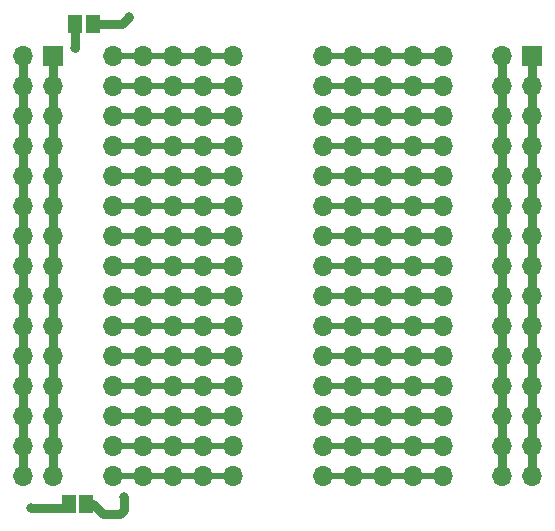
<source format=gbr>
%TF.GenerationSoftware,KiCad,Pcbnew,7.0.2*%
%TF.CreationDate,2024-01-29T20:43:43-05:00*%
%TF.ProjectId,dpx_perv_5x15-s,6470785f-7065-4727-965f-357831352d73,rev?*%
%TF.SameCoordinates,Original*%
%TF.FileFunction,Copper,L2,Bot*%
%TF.FilePolarity,Positive*%
%FSLAX46Y46*%
G04 Gerber Fmt 4.6, Leading zero omitted, Abs format (unit mm)*
G04 Created by KiCad (PCBNEW 7.0.2) date 2024-01-29 20:43:43*
%MOMM*%
%LPD*%
G01*
G04 APERTURE LIST*
%TA.AperFunction,EtchedComponent*%
%ADD10C,0.508000*%
%TD*%
%TA.AperFunction,EtchedComponent*%
%ADD11C,0.500000*%
%TD*%
%TA.AperFunction,SMDPad,CuDef*%
%ADD12R,1.168400X1.600200*%
%TD*%
%TA.AperFunction,ComponentPad*%
%ADD13R,1.700000X1.700000*%
%TD*%
%TA.AperFunction,ComponentPad*%
%ADD14O,1.700000X1.700000*%
%TD*%
%TA.AperFunction,ViaPad*%
%ADD15C,0.800000*%
%TD*%
%TA.AperFunction,Conductor*%
%ADD16C,0.750000*%
%TD*%
G04 APERTURE END LIST*
D10*
%TO.C,U2*%
X53805000Y-46310000D02*
X51265000Y-46310000D01*
X53815000Y-48850000D02*
X51275000Y-48850000D01*
X53815000Y-51390000D02*
X51275000Y-51390000D01*
X53815000Y-53930000D02*
X51275000Y-53930000D01*
X53815000Y-56470000D02*
X51275000Y-56470000D01*
X56345000Y-46310000D02*
X53805000Y-46310000D01*
X56355000Y-48850000D02*
X53815000Y-48850000D01*
X56355000Y-51390000D02*
X53815000Y-51390000D01*
X56355000Y-53930000D02*
X53815000Y-53930000D01*
X56355000Y-56470000D02*
X53815000Y-56470000D01*
X58885000Y-46310000D02*
X56345000Y-46310000D01*
X58895000Y-48850000D02*
X56355000Y-48850000D01*
X58895000Y-51390000D02*
X56355000Y-51390000D01*
X58895000Y-53930000D02*
X56355000Y-53930000D01*
X58895000Y-56470000D02*
X56355000Y-56470000D01*
X61425000Y-46310000D02*
X58885000Y-46310000D01*
X61435000Y-48850000D02*
X58895000Y-48850000D01*
X61435000Y-51390000D02*
X58895000Y-51390000D01*
X61435000Y-53930000D02*
X58895000Y-53930000D01*
X61435000Y-56470000D02*
X58895000Y-56470000D01*
D11*
X69035000Y-46310000D02*
X71575000Y-46310000D01*
X69035000Y-48850000D02*
X71575000Y-48850000D01*
X69035000Y-51390000D02*
X71575000Y-51390000D01*
X69035000Y-53930000D02*
X71575000Y-53930000D01*
X69035000Y-56470000D02*
X71575000Y-56470000D01*
D10*
X74115000Y-46310000D02*
X71575000Y-46310000D01*
X74115000Y-48850000D02*
X71575000Y-48850000D01*
X74115000Y-51390000D02*
X71575000Y-51390000D01*
X74115000Y-53930000D02*
X71575000Y-53930000D01*
X74115000Y-56470000D02*
X71575000Y-56470000D01*
X76655000Y-46310000D02*
X74115000Y-46310000D01*
X76655000Y-48850000D02*
X74115000Y-48850000D01*
X76655000Y-51390000D02*
X74115000Y-51390000D01*
X76655000Y-53930000D02*
X74115000Y-53930000D01*
X76655000Y-56470000D02*
X74115000Y-56470000D01*
X79195000Y-46310000D02*
X76655000Y-46310000D01*
X79195000Y-48850000D02*
X76655000Y-48850000D01*
X79195000Y-51390000D02*
X76655000Y-51390000D01*
X79195000Y-53930000D02*
X76655000Y-53930000D01*
X79195000Y-56470000D02*
X76655000Y-56470000D01*
%TO.C,U1*%
X53790000Y-33615000D02*
X51250000Y-33615000D01*
X53800000Y-36155000D02*
X51260000Y-36155000D01*
X53800000Y-38695000D02*
X51260000Y-38695000D01*
X53800000Y-41235000D02*
X51260000Y-41235000D01*
X53800000Y-43775000D02*
X51260000Y-43775000D01*
X56330000Y-33615000D02*
X53790000Y-33615000D01*
X56340000Y-36155000D02*
X53800000Y-36155000D01*
X56340000Y-38695000D02*
X53800000Y-38695000D01*
X56340000Y-41235000D02*
X53800000Y-41235000D01*
X56340000Y-43775000D02*
X53800000Y-43775000D01*
X58870000Y-33615000D02*
X56330000Y-33615000D01*
X58880000Y-36155000D02*
X56340000Y-36155000D01*
X58880000Y-38695000D02*
X56340000Y-38695000D01*
X58880000Y-41235000D02*
X56340000Y-41235000D01*
X58880000Y-43775000D02*
X56340000Y-43775000D01*
X61410000Y-33615000D02*
X58870000Y-33615000D01*
X61420000Y-36155000D02*
X58880000Y-36155000D01*
X61420000Y-38695000D02*
X58880000Y-38695000D01*
X61420000Y-41235000D02*
X58880000Y-41235000D01*
X61420000Y-43775000D02*
X58880000Y-43775000D01*
D11*
X69020000Y-33615000D02*
X71560000Y-33615000D01*
X69020000Y-36155000D02*
X71560000Y-36155000D01*
X69020000Y-38695000D02*
X71560000Y-38695000D01*
X69020000Y-41235000D02*
X71560000Y-41235000D01*
X69020000Y-43775000D02*
X71560000Y-43775000D01*
D10*
X74100000Y-33615000D02*
X71560000Y-33615000D01*
X74100000Y-36155000D02*
X71560000Y-36155000D01*
X74100000Y-38695000D02*
X71560000Y-38695000D01*
X74100000Y-41235000D02*
X71560000Y-41235000D01*
X74100000Y-43775000D02*
X71560000Y-43775000D01*
X76640000Y-33615000D02*
X74100000Y-33615000D01*
X76640000Y-36155000D02*
X74100000Y-36155000D01*
X76640000Y-38695000D02*
X74100000Y-38695000D01*
X76640000Y-41235000D02*
X74100000Y-41235000D01*
X76640000Y-43775000D02*
X74100000Y-43775000D01*
X79180000Y-33615000D02*
X76640000Y-33615000D01*
X79180000Y-36155000D02*
X76640000Y-36155000D01*
X79180000Y-38695000D02*
X76640000Y-38695000D01*
X79180000Y-41235000D02*
X76640000Y-41235000D01*
X79180000Y-43775000D02*
X76640000Y-43775000D01*
%TO.C,U3*%
X53795000Y-59020000D02*
X51255000Y-59020000D01*
X53805000Y-61560000D02*
X51265000Y-61560000D01*
X53805000Y-64100000D02*
X51265000Y-64100000D01*
X53805000Y-66640000D02*
X51265000Y-66640000D01*
X53805000Y-69180000D02*
X51265000Y-69180000D01*
X56335000Y-59020000D02*
X53795000Y-59020000D01*
X56345000Y-61560000D02*
X53805000Y-61560000D01*
X56345000Y-64100000D02*
X53805000Y-64100000D01*
X56345000Y-66640000D02*
X53805000Y-66640000D01*
X56345000Y-69180000D02*
X53805000Y-69180000D01*
X58875000Y-59020000D02*
X56335000Y-59020000D01*
X58885000Y-61560000D02*
X56345000Y-61560000D01*
X58885000Y-64100000D02*
X56345000Y-64100000D01*
X58885000Y-66640000D02*
X56345000Y-66640000D01*
X58885000Y-69180000D02*
X56345000Y-69180000D01*
X61415000Y-59020000D02*
X58875000Y-59020000D01*
X61425000Y-61560000D02*
X58885000Y-61560000D01*
X61425000Y-64100000D02*
X58885000Y-64100000D01*
X61425000Y-66640000D02*
X58885000Y-66640000D01*
X61425000Y-69180000D02*
X58885000Y-69180000D01*
D11*
X69025000Y-59020000D02*
X71565000Y-59020000D01*
X69025000Y-61560000D02*
X71565000Y-61560000D01*
X69025000Y-64100000D02*
X71565000Y-64100000D01*
X69025000Y-66640000D02*
X71565000Y-66640000D01*
X69025000Y-69180000D02*
X71565000Y-69180000D01*
D10*
X74105000Y-59020000D02*
X71565000Y-59020000D01*
X74105000Y-61560000D02*
X71565000Y-61560000D01*
X74105000Y-64100000D02*
X71565000Y-64100000D01*
X74105000Y-66640000D02*
X71565000Y-66640000D01*
X74105000Y-69180000D02*
X71565000Y-69180000D01*
X76645000Y-59020000D02*
X74105000Y-59020000D01*
X76645000Y-61560000D02*
X74105000Y-61560000D01*
X76645000Y-64100000D02*
X74105000Y-64100000D01*
X76645000Y-66640000D02*
X74105000Y-66640000D01*
X76645000Y-69180000D02*
X74105000Y-69180000D01*
X79185000Y-59020000D02*
X76645000Y-59020000D01*
X79185000Y-61560000D02*
X76645000Y-61560000D01*
X79185000Y-64100000D02*
X76645000Y-64100000D01*
X79185000Y-66640000D02*
X76645000Y-66640000D01*
X79185000Y-69180000D02*
X76645000Y-69180000D01*
%TD*%
D12*
%TO.P,J6,1*%
%TO.N,N/C*%
X49032000Y-71573500D03*
%TO.P,J6,2*%
X47510540Y-71573500D03*
%TD*%
%TO.P,J6,2*%
%TO.N,N/C*%
X48098540Y-30950000D03*
%TO.P,J6,1*%
X49620000Y-30950000D03*
%TD*%
D13*
%TO.P,J1,1,Pin_1*%
%TO.N,VCC*%
X46220000Y-33615000D03*
D14*
%TO.P,J1,2,Pin_2*%
%TO.N,GND*%
X43680000Y-33615000D03*
%TO.P,J1,3,Pin_3*%
%TO.N,VCC*%
X46220000Y-36155000D03*
%TO.P,J1,4,Pin_4*%
%TO.N,GND*%
X43680000Y-36155000D03*
%TO.P,J1,5,Pin_5*%
%TO.N,VCC*%
X46220000Y-38695000D03*
%TO.P,J1,6,Pin_6*%
%TO.N,GND*%
X43680000Y-38695000D03*
%TO.P,J1,7,Pin_7*%
%TO.N,VCC*%
X46220000Y-41235000D03*
%TO.P,J1,8,Pin_8*%
%TO.N,GND*%
X43680000Y-41235000D03*
%TO.P,J1,9,Pin_9*%
%TO.N,VCC*%
X46220000Y-43775000D03*
%TO.P,J1,10,Pin_10*%
%TO.N,GND*%
X43680000Y-43775000D03*
%TO.P,J1,11,Pin_11*%
%TO.N,VCC*%
X46220000Y-46315000D03*
%TO.P,J1,12,Pin_12*%
%TO.N,GND*%
X43680000Y-46315000D03*
%TO.P,J1,13,Pin_13*%
%TO.N,VCC*%
X46220000Y-48855000D03*
%TO.P,J1,14,Pin_14*%
%TO.N,GND*%
X43680000Y-48855000D03*
%TO.P,J1,15,Pin_15*%
%TO.N,VCC*%
X46220000Y-51395000D03*
%TO.P,J1,16,Pin_16*%
%TO.N,GND*%
X43680000Y-51395000D03*
%TO.P,J1,17,Pin_17*%
%TO.N,VCC*%
X46220000Y-53935000D03*
%TO.P,J1,18,Pin_18*%
%TO.N,GND*%
X43680000Y-53935000D03*
%TO.P,J1,19,Pin_19*%
%TO.N,VCC*%
X46220000Y-56475000D03*
%TO.P,J1,20,Pin_20*%
%TO.N,GND*%
X43680000Y-56475000D03*
%TO.P,J1,21,Pin_21*%
%TO.N,VCC*%
X46220000Y-59015000D03*
%TO.P,J1,22,Pin_22*%
%TO.N,GND*%
X43680000Y-59015000D03*
%TO.P,J1,23,Pin_23*%
%TO.N,VCC*%
X46220000Y-61555000D03*
%TO.P,J1,24,Pin_24*%
%TO.N,GND*%
X43680000Y-61555000D03*
%TO.P,J1,25,Pin_25*%
%TO.N,VCC*%
X46220000Y-64095000D03*
%TO.P,J1,26,Pin_26*%
%TO.N,GND*%
X43680000Y-64095000D03*
%TO.P,J1,27,Pin_27*%
%TO.N,VCC*%
X46220000Y-66635000D03*
%TO.P,J1,28,Pin_28*%
%TO.N,GND*%
X43680000Y-66635000D03*
%TO.P,J1,29,Pin_29*%
%TO.N,VCC*%
X46220000Y-69175000D03*
%TO.P,J1,30,Pin_30*%
%TO.N,GND*%
X43680000Y-69175000D03*
%TD*%
D13*
%TO.P,J2,1,Pin_1*%
%TO.N,VCC*%
X86770000Y-33615000D03*
D14*
%TO.P,J2,2,Pin_2*%
%TO.N,GND*%
X84230000Y-33615000D03*
%TO.P,J2,3,Pin_3*%
%TO.N,VCC*%
X86770000Y-36155000D03*
%TO.P,J2,4,Pin_4*%
%TO.N,GND*%
X84230000Y-36155000D03*
%TO.P,J2,5,Pin_5*%
%TO.N,VCC*%
X86770000Y-38695000D03*
%TO.P,J2,6,Pin_6*%
%TO.N,GND*%
X84230000Y-38695000D03*
%TO.P,J2,7,Pin_7*%
%TO.N,VCC*%
X86770000Y-41235000D03*
%TO.P,J2,8,Pin_8*%
%TO.N,GND*%
X84230000Y-41235000D03*
%TO.P,J2,9,Pin_9*%
%TO.N,VCC*%
X86770000Y-43775000D03*
%TO.P,J2,10,Pin_10*%
%TO.N,GND*%
X84230000Y-43775000D03*
%TO.P,J2,11,Pin_11*%
%TO.N,VCC*%
X86770000Y-46315000D03*
%TO.P,J2,12,Pin_12*%
%TO.N,GND*%
X84230000Y-46315000D03*
%TO.P,J2,13,Pin_13*%
%TO.N,VCC*%
X86770000Y-48855000D03*
%TO.P,J2,14,Pin_14*%
%TO.N,GND*%
X84230000Y-48855000D03*
%TO.P,J2,15,Pin_15*%
%TO.N,VCC*%
X86770000Y-51395000D03*
%TO.P,J2,16,Pin_16*%
%TO.N,GND*%
X84230000Y-51395000D03*
%TO.P,J2,17,Pin_17*%
%TO.N,VCC*%
X86770000Y-53935000D03*
%TO.P,J2,18,Pin_18*%
%TO.N,GND*%
X84230000Y-53935000D03*
%TO.P,J2,19,Pin_19*%
%TO.N,VCC*%
X86770000Y-56475000D03*
%TO.P,J2,20,Pin_20*%
%TO.N,GND*%
X84230000Y-56475000D03*
%TO.P,J2,21,Pin_21*%
%TO.N,VCC*%
X86770000Y-59015000D03*
%TO.P,J2,22,Pin_22*%
%TO.N,GND*%
X84230000Y-59015000D03*
%TO.P,J2,23,Pin_23*%
%TO.N,VCC*%
X86770000Y-61555000D03*
%TO.P,J2,24,Pin_24*%
%TO.N,GND*%
X84230000Y-61555000D03*
%TO.P,J2,25,Pin_25*%
%TO.N,VCC*%
X86770000Y-64095000D03*
%TO.P,J2,26,Pin_26*%
%TO.N,GND*%
X84230000Y-64095000D03*
%TO.P,J2,27,Pin_27*%
%TO.N,VCC*%
X86770000Y-66635000D03*
%TO.P,J2,28,Pin_28*%
%TO.N,GND*%
X84230000Y-66635000D03*
%TO.P,J2,29,Pin_29*%
%TO.N,VCC*%
X86770000Y-69175000D03*
%TO.P,J2,30,Pin_30*%
%TO.N,GND*%
X84230000Y-69175000D03*
%TD*%
%TO.P,U2,50*%
%TO.N,N/C*%
X51275000Y-56470000D03*
%TO.P,U2,49*%
X53815000Y-56470000D03*
%TO.P,U2,48*%
X56355000Y-56470000D03*
%TO.P,U2,47*%
X58895000Y-56470000D03*
%TO.P,U2,46*%
X61435000Y-56470000D03*
%TO.P,U2,45*%
X69035000Y-56470000D03*
%TO.P,U2,44*%
X71575000Y-56470000D03*
%TO.P,U2,43*%
X74115000Y-56470000D03*
%TO.P,U2,42*%
X76655000Y-56470000D03*
%TO.P,U2,41*%
X79195000Y-56470000D03*
%TO.P,U2,40*%
X51275000Y-53930000D03*
%TO.P,U2,39*%
X53815000Y-53930000D03*
%TO.P,U2,38*%
X56355000Y-53930000D03*
%TO.P,U2,37*%
X58895000Y-53930000D03*
%TO.P,U2,36*%
X61435000Y-53930000D03*
%TO.P,U2,35*%
X69035000Y-53930000D03*
%TO.P,U2,34*%
X71575000Y-53930000D03*
%TO.P,U2,33*%
X74115000Y-53930000D03*
%TO.P,U2,32*%
X76655000Y-53930000D03*
%TO.P,U2,31*%
X79195000Y-53930000D03*
%TO.P,U2,30*%
X51275000Y-51390000D03*
%TO.P,U2,29*%
X53815000Y-51390000D03*
%TO.P,U2,28*%
X56355000Y-51390000D03*
%TO.P,U2,27*%
X58895000Y-51390000D03*
%TO.P,U2,26*%
X61435000Y-51390000D03*
%TO.P,U2,25*%
X69035000Y-51390000D03*
%TO.P,U2,24*%
X71575000Y-51390000D03*
%TO.P,U2,23*%
X74115000Y-51390000D03*
%TO.P,U2,22*%
X76655000Y-51390000D03*
%TO.P,U2,21*%
X79195000Y-51390000D03*
%TO.P,U2,20*%
X51265000Y-46310000D03*
X51275000Y-48850000D03*
%TO.P,U2,19*%
X53805000Y-46310000D03*
X53815000Y-48850000D03*
%TO.P,U2,18*%
X56345000Y-46310000D03*
X56355000Y-48850000D03*
%TO.P,U2,17*%
X58885000Y-46310000D03*
X58895000Y-48850000D03*
%TO.P,U2,16*%
X61435000Y-48850000D03*
%TO.P,U2,15*%
X69035000Y-48850000D03*
%TO.P,U2,14*%
X71575000Y-48850000D03*
%TO.P,U2,13*%
X74115000Y-48850000D03*
%TO.P,U2,12*%
X76655000Y-48850000D03*
%TO.P,U2,11*%
X79195000Y-48850000D03*
%TO.P,U2,6*%
X61435000Y-46310000D03*
%TO.P,U2,5*%
X69035000Y-46310000D03*
%TO.P,U2,4*%
X71575000Y-46310000D03*
%TO.P,U2,3*%
X74115000Y-46310000D03*
%TO.P,U2,2*%
X76655000Y-46310000D03*
%TO.P,U2,1*%
X79195000Y-46310000D03*
%TD*%
%TO.P,U1,50*%
%TO.N,N/C*%
X51260000Y-43775000D03*
%TO.P,U1,49*%
X53800000Y-43775000D03*
%TO.P,U1,48*%
X56340000Y-43775000D03*
%TO.P,U1,47*%
X58880000Y-43775000D03*
%TO.P,U1,46*%
X61420000Y-43775000D03*
%TO.P,U1,45*%
X69020000Y-43775000D03*
%TO.P,U1,44*%
X71560000Y-43775000D03*
%TO.P,U1,43*%
X74100000Y-43775000D03*
%TO.P,U1,42*%
X76640000Y-43775000D03*
%TO.P,U1,41*%
X79180000Y-43775000D03*
%TO.P,U1,40*%
X51260000Y-41235000D03*
%TO.P,U1,39*%
X53800000Y-41235000D03*
%TO.P,U1,38*%
X56340000Y-41235000D03*
%TO.P,U1,37*%
X58880000Y-41235000D03*
%TO.P,U1,36*%
X61420000Y-41235000D03*
%TO.P,U1,35*%
X69020000Y-41235000D03*
%TO.P,U1,34*%
X71560000Y-41235000D03*
%TO.P,U1,33*%
X74100000Y-41235000D03*
%TO.P,U1,32*%
X76640000Y-41235000D03*
%TO.P,U1,31*%
X79180000Y-41235000D03*
%TO.P,U1,30*%
X51260000Y-38695000D03*
%TO.P,U1,29*%
X53800000Y-38695000D03*
%TO.P,U1,28*%
X56340000Y-38695000D03*
%TO.P,U1,27*%
X58880000Y-38695000D03*
%TO.P,U1,26*%
X61420000Y-38695000D03*
%TO.P,U1,25*%
X69020000Y-38695000D03*
%TO.P,U1,24*%
X71560000Y-38695000D03*
%TO.P,U1,23*%
X74100000Y-38695000D03*
%TO.P,U1,22*%
X76640000Y-38695000D03*
%TO.P,U1,21*%
X79180000Y-38695000D03*
%TO.P,U1,20*%
X51250000Y-33615000D03*
X51260000Y-36155000D03*
%TO.P,U1,19*%
X53790000Y-33615000D03*
X53800000Y-36155000D03*
%TO.P,U1,18*%
X56330000Y-33615000D03*
X56340000Y-36155000D03*
%TO.P,U1,17*%
X58870000Y-33615000D03*
X58880000Y-36155000D03*
%TO.P,U1,16*%
X61420000Y-36155000D03*
%TO.P,U1,15*%
X69020000Y-36155000D03*
%TO.P,U1,14*%
X71560000Y-36155000D03*
%TO.P,U1,13*%
X74100000Y-36155000D03*
%TO.P,U1,12*%
X76640000Y-36155000D03*
%TO.P,U1,11*%
X79180000Y-36155000D03*
%TO.P,U1,6*%
X61420000Y-33615000D03*
%TO.P,U1,5*%
X69020000Y-33615000D03*
%TO.P,U1,4*%
X71560000Y-33615000D03*
%TO.P,U1,3*%
X74100000Y-33615000D03*
%TO.P,U1,2*%
X76640000Y-33615000D03*
%TO.P,U1,1*%
X79180000Y-33615000D03*
%TD*%
%TO.P,U3,50*%
%TO.N,N/C*%
X51265000Y-69180000D03*
%TO.P,U3,49*%
X53805000Y-69180000D03*
%TO.P,U3,48*%
X56345000Y-69180000D03*
%TO.P,U3,47*%
X58885000Y-69180000D03*
%TO.P,U3,46*%
X61425000Y-69180000D03*
%TO.P,U3,45*%
X69025000Y-69180000D03*
%TO.P,U3,44*%
X71565000Y-69180000D03*
%TO.P,U3,43*%
X74105000Y-69180000D03*
%TO.P,U3,42*%
X76645000Y-69180000D03*
%TO.P,U3,41*%
X79185000Y-69180000D03*
%TO.P,U3,40*%
X51265000Y-66640000D03*
%TO.P,U3,39*%
X53805000Y-66640000D03*
%TO.P,U3,38*%
X56345000Y-66640000D03*
%TO.P,U3,37*%
X58885000Y-66640000D03*
%TO.P,U3,36*%
X61425000Y-66640000D03*
%TO.P,U3,35*%
X69025000Y-66640000D03*
%TO.P,U3,34*%
X71565000Y-66640000D03*
%TO.P,U3,33*%
X74105000Y-66640000D03*
%TO.P,U3,32*%
X76645000Y-66640000D03*
%TO.P,U3,31*%
X79185000Y-66640000D03*
%TO.P,U3,30*%
X51265000Y-64100000D03*
%TO.P,U3,29*%
X53805000Y-64100000D03*
%TO.P,U3,28*%
X56345000Y-64100000D03*
%TO.P,U3,27*%
X58885000Y-64100000D03*
%TO.P,U3,26*%
X61425000Y-64100000D03*
%TO.P,U3,25*%
X69025000Y-64100000D03*
%TO.P,U3,24*%
X71565000Y-64100000D03*
%TO.P,U3,23*%
X74105000Y-64100000D03*
%TO.P,U3,22*%
X76645000Y-64100000D03*
%TO.P,U3,21*%
X79185000Y-64100000D03*
%TO.P,U3,20*%
X51255000Y-59020000D03*
X51265000Y-61560000D03*
%TO.P,U3,19*%
X53795000Y-59020000D03*
X53805000Y-61560000D03*
%TO.P,U3,18*%
X56335000Y-59020000D03*
X56345000Y-61560000D03*
%TO.P,U3,17*%
X58875000Y-59020000D03*
X58885000Y-61560000D03*
%TO.P,U3,16*%
X61425000Y-61560000D03*
%TO.P,U3,15*%
X69025000Y-61560000D03*
%TO.P,U3,14*%
X71565000Y-61560000D03*
%TO.P,U3,13*%
X74105000Y-61560000D03*
%TO.P,U3,12*%
X76645000Y-61560000D03*
%TO.P,U3,11*%
X79185000Y-61560000D03*
%TO.P,U3,6*%
X61425000Y-59020000D03*
%TO.P,U3,5*%
X69025000Y-59020000D03*
%TO.P,U3,4*%
X71565000Y-59020000D03*
%TO.P,U3,3*%
X74105000Y-59020000D03*
%TO.P,U3,2*%
X76645000Y-59020000D03*
%TO.P,U3,1*%
X79185000Y-59020000D03*
%TD*%
D15*
%TO.N,GND*%
X52190000Y-70940000D03*
X44340000Y-71950000D03*
%TO.N,VCC*%
X52600000Y-30360000D03*
X48030000Y-32950000D03*
%TD*%
D16*
%TO.N,GND*%
X51860000Y-72410000D02*
X52190000Y-72080000D01*
X50390000Y-72410000D02*
X51860000Y-72410000D01*
X52190000Y-72080000D02*
X52190000Y-70940000D01*
X49553500Y-71573500D02*
X50390000Y-72410000D01*
X49032000Y-71573500D02*
X49553500Y-71573500D01*
X47134040Y-71950000D02*
X47510540Y-71573500D01*
X44340000Y-71950000D02*
X47134040Y-71950000D01*
%TO.N,VCC*%
X52010000Y-30950000D02*
X52600000Y-30360000D01*
X49620000Y-30950000D02*
X52010000Y-30950000D01*
X48098540Y-32881460D02*
X48030000Y-32950000D01*
X48098540Y-30950000D02*
X48098540Y-32881460D01*
X46220000Y-69175000D02*
X46220000Y-33615000D01*
X86770000Y-69175000D02*
X86770000Y-33615000D01*
%TO.N,GND*%
X43680000Y-33615000D02*
X43680000Y-69175000D01*
X84230000Y-33615000D02*
X84230000Y-69175000D01*
%TD*%
M02*

</source>
